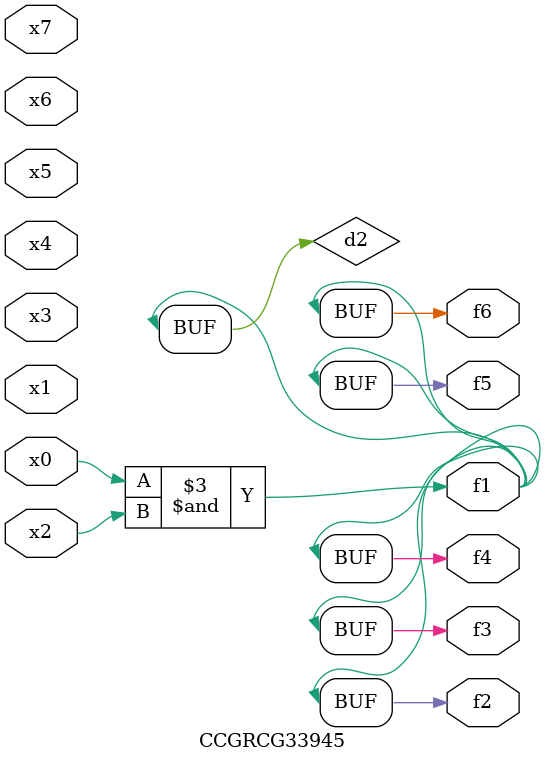
<source format=v>
module CCGRCG33945(
	input x0, x1, x2, x3, x4, x5, x6, x7,
	output f1, f2, f3, f4, f5, f6
);

	wire d1, d2;

	nor (d1, x3, x6);
	and (d2, x0, x2);
	assign f1 = d2;
	assign f2 = d2;
	assign f3 = d2;
	assign f4 = d2;
	assign f5 = d2;
	assign f6 = d2;
endmodule

</source>
